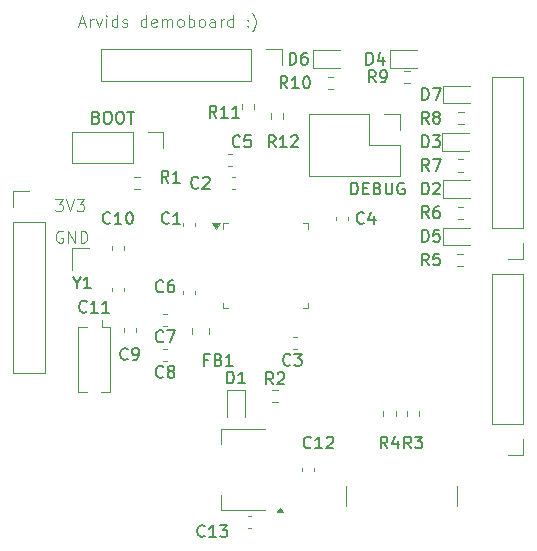
<source format=gbr>
%TF.GenerationSoftware,KiCad,Pcbnew,8.0.4*%
%TF.CreationDate,2024-11-07T17:56:33+01:00*%
%TF.ProjectId,stm32microcontroller,73746d33-326d-4696-9372-6f636f6e7472,rev?*%
%TF.SameCoordinates,Original*%
%TF.FileFunction,Legend,Top*%
%TF.FilePolarity,Positive*%
%FSLAX46Y46*%
G04 Gerber Fmt 4.6, Leading zero omitted, Abs format (unit mm)*
G04 Created by KiCad (PCBNEW 8.0.4) date 2024-11-07 17:56:33*
%MOMM*%
%LPD*%
G01*
G04 APERTURE LIST*
%ADD10C,0.100000*%
%ADD11C,0.150000*%
%ADD12C,0.120000*%
G04 APERTURE END LIST*
D10*
X54708646Y-70372419D02*
X55327693Y-70372419D01*
X55327693Y-70372419D02*
X54994360Y-70753371D01*
X54994360Y-70753371D02*
X55137217Y-70753371D01*
X55137217Y-70753371D02*
X55232455Y-70800990D01*
X55232455Y-70800990D02*
X55280074Y-70848609D01*
X55280074Y-70848609D02*
X55327693Y-70943847D01*
X55327693Y-70943847D02*
X55327693Y-71181942D01*
X55327693Y-71181942D02*
X55280074Y-71277180D01*
X55280074Y-71277180D02*
X55232455Y-71324800D01*
X55232455Y-71324800D02*
X55137217Y-71372419D01*
X55137217Y-71372419D02*
X54851503Y-71372419D01*
X54851503Y-71372419D02*
X54756265Y-71324800D01*
X54756265Y-71324800D02*
X54708646Y-71277180D01*
X55613408Y-70372419D02*
X55946741Y-71372419D01*
X55946741Y-71372419D02*
X56280074Y-70372419D01*
X56518170Y-70372419D02*
X57137217Y-70372419D01*
X57137217Y-70372419D02*
X56803884Y-70753371D01*
X56803884Y-70753371D02*
X56946741Y-70753371D01*
X56946741Y-70753371D02*
X57041979Y-70800990D01*
X57041979Y-70800990D02*
X57089598Y-70848609D01*
X57089598Y-70848609D02*
X57137217Y-70943847D01*
X57137217Y-70943847D02*
X57137217Y-71181942D01*
X57137217Y-71181942D02*
X57089598Y-71277180D01*
X57089598Y-71277180D02*
X57041979Y-71324800D01*
X57041979Y-71324800D02*
X56946741Y-71372419D01*
X56946741Y-71372419D02*
X56661027Y-71372419D01*
X56661027Y-71372419D02*
X56565789Y-71324800D01*
X56565789Y-71324800D02*
X56518170Y-71277180D01*
X55327693Y-73090038D02*
X55232455Y-73042419D01*
X55232455Y-73042419D02*
X55089598Y-73042419D01*
X55089598Y-73042419D02*
X54946741Y-73090038D01*
X54946741Y-73090038D02*
X54851503Y-73185276D01*
X54851503Y-73185276D02*
X54803884Y-73280514D01*
X54803884Y-73280514D02*
X54756265Y-73470990D01*
X54756265Y-73470990D02*
X54756265Y-73613847D01*
X54756265Y-73613847D02*
X54803884Y-73804323D01*
X54803884Y-73804323D02*
X54851503Y-73899561D01*
X54851503Y-73899561D02*
X54946741Y-73994800D01*
X54946741Y-73994800D02*
X55089598Y-74042419D01*
X55089598Y-74042419D02*
X55184836Y-74042419D01*
X55184836Y-74042419D02*
X55327693Y-73994800D01*
X55327693Y-73994800D02*
X55375312Y-73947180D01*
X55375312Y-73947180D02*
X55375312Y-73613847D01*
X55375312Y-73613847D02*
X55184836Y-73613847D01*
X55803884Y-74042419D02*
X55803884Y-73042419D01*
X55803884Y-73042419D02*
X56375312Y-74042419D01*
X56375312Y-74042419D02*
X56375312Y-73042419D01*
X56851503Y-74042419D02*
X56851503Y-73042419D01*
X56851503Y-73042419D02*
X57089598Y-73042419D01*
X57089598Y-73042419D02*
X57232455Y-73090038D01*
X57232455Y-73090038D02*
X57327693Y-73185276D01*
X57327693Y-73185276D02*
X57375312Y-73280514D01*
X57375312Y-73280514D02*
X57422931Y-73470990D01*
X57422931Y-73470990D02*
X57422931Y-73613847D01*
X57422931Y-73613847D02*
X57375312Y-73804323D01*
X57375312Y-73804323D02*
X57327693Y-73899561D01*
X57327693Y-73899561D02*
X57232455Y-73994800D01*
X57232455Y-73994800D02*
X57089598Y-74042419D01*
X57089598Y-74042419D02*
X56851503Y-74042419D01*
X56756265Y-55476760D02*
X57232455Y-55476760D01*
X56661027Y-55762475D02*
X56994360Y-54762475D01*
X56994360Y-54762475D02*
X57327693Y-55762475D01*
X57661027Y-55762475D02*
X57661027Y-55095808D01*
X57661027Y-55286284D02*
X57708646Y-55191046D01*
X57708646Y-55191046D02*
X57756265Y-55143427D01*
X57756265Y-55143427D02*
X57851503Y-55095808D01*
X57851503Y-55095808D02*
X57946741Y-55095808D01*
X58184837Y-55095808D02*
X58422932Y-55762475D01*
X58422932Y-55762475D02*
X58661027Y-55095808D01*
X59041980Y-55762475D02*
X59041980Y-55095808D01*
X59041980Y-54762475D02*
X58994361Y-54810094D01*
X58994361Y-54810094D02*
X59041980Y-54857713D01*
X59041980Y-54857713D02*
X59089599Y-54810094D01*
X59089599Y-54810094D02*
X59041980Y-54762475D01*
X59041980Y-54762475D02*
X59041980Y-54857713D01*
X59946741Y-55762475D02*
X59946741Y-54762475D01*
X59946741Y-55714856D02*
X59851503Y-55762475D01*
X59851503Y-55762475D02*
X59661027Y-55762475D01*
X59661027Y-55762475D02*
X59565789Y-55714856D01*
X59565789Y-55714856D02*
X59518170Y-55667236D01*
X59518170Y-55667236D02*
X59470551Y-55571998D01*
X59470551Y-55571998D02*
X59470551Y-55286284D01*
X59470551Y-55286284D02*
X59518170Y-55191046D01*
X59518170Y-55191046D02*
X59565789Y-55143427D01*
X59565789Y-55143427D02*
X59661027Y-55095808D01*
X59661027Y-55095808D02*
X59851503Y-55095808D01*
X59851503Y-55095808D02*
X59946741Y-55143427D01*
X60375313Y-55714856D02*
X60470551Y-55762475D01*
X60470551Y-55762475D02*
X60661027Y-55762475D01*
X60661027Y-55762475D02*
X60756265Y-55714856D01*
X60756265Y-55714856D02*
X60803884Y-55619617D01*
X60803884Y-55619617D02*
X60803884Y-55571998D01*
X60803884Y-55571998D02*
X60756265Y-55476760D01*
X60756265Y-55476760D02*
X60661027Y-55429141D01*
X60661027Y-55429141D02*
X60518170Y-55429141D01*
X60518170Y-55429141D02*
X60422932Y-55381522D01*
X60422932Y-55381522D02*
X60375313Y-55286284D01*
X60375313Y-55286284D02*
X60375313Y-55238665D01*
X60375313Y-55238665D02*
X60422932Y-55143427D01*
X60422932Y-55143427D02*
X60518170Y-55095808D01*
X60518170Y-55095808D02*
X60661027Y-55095808D01*
X60661027Y-55095808D02*
X60756265Y-55143427D01*
X62422932Y-55762475D02*
X62422932Y-54762475D01*
X62422932Y-55714856D02*
X62327694Y-55762475D01*
X62327694Y-55762475D02*
X62137218Y-55762475D01*
X62137218Y-55762475D02*
X62041980Y-55714856D01*
X62041980Y-55714856D02*
X61994361Y-55667236D01*
X61994361Y-55667236D02*
X61946742Y-55571998D01*
X61946742Y-55571998D02*
X61946742Y-55286284D01*
X61946742Y-55286284D02*
X61994361Y-55191046D01*
X61994361Y-55191046D02*
X62041980Y-55143427D01*
X62041980Y-55143427D02*
X62137218Y-55095808D01*
X62137218Y-55095808D02*
X62327694Y-55095808D01*
X62327694Y-55095808D02*
X62422932Y-55143427D01*
X63280075Y-55714856D02*
X63184837Y-55762475D01*
X63184837Y-55762475D02*
X62994361Y-55762475D01*
X62994361Y-55762475D02*
X62899123Y-55714856D01*
X62899123Y-55714856D02*
X62851504Y-55619617D01*
X62851504Y-55619617D02*
X62851504Y-55238665D01*
X62851504Y-55238665D02*
X62899123Y-55143427D01*
X62899123Y-55143427D02*
X62994361Y-55095808D01*
X62994361Y-55095808D02*
X63184837Y-55095808D01*
X63184837Y-55095808D02*
X63280075Y-55143427D01*
X63280075Y-55143427D02*
X63327694Y-55238665D01*
X63327694Y-55238665D02*
X63327694Y-55333903D01*
X63327694Y-55333903D02*
X62851504Y-55429141D01*
X63756266Y-55762475D02*
X63756266Y-55095808D01*
X63756266Y-55191046D02*
X63803885Y-55143427D01*
X63803885Y-55143427D02*
X63899123Y-55095808D01*
X63899123Y-55095808D02*
X64041980Y-55095808D01*
X64041980Y-55095808D02*
X64137218Y-55143427D01*
X64137218Y-55143427D02*
X64184837Y-55238665D01*
X64184837Y-55238665D02*
X64184837Y-55762475D01*
X64184837Y-55238665D02*
X64232456Y-55143427D01*
X64232456Y-55143427D02*
X64327694Y-55095808D01*
X64327694Y-55095808D02*
X64470551Y-55095808D01*
X64470551Y-55095808D02*
X64565790Y-55143427D01*
X64565790Y-55143427D02*
X64613409Y-55238665D01*
X64613409Y-55238665D02*
X64613409Y-55762475D01*
X65232456Y-55762475D02*
X65137218Y-55714856D01*
X65137218Y-55714856D02*
X65089599Y-55667236D01*
X65089599Y-55667236D02*
X65041980Y-55571998D01*
X65041980Y-55571998D02*
X65041980Y-55286284D01*
X65041980Y-55286284D02*
X65089599Y-55191046D01*
X65089599Y-55191046D02*
X65137218Y-55143427D01*
X65137218Y-55143427D02*
X65232456Y-55095808D01*
X65232456Y-55095808D02*
X65375313Y-55095808D01*
X65375313Y-55095808D02*
X65470551Y-55143427D01*
X65470551Y-55143427D02*
X65518170Y-55191046D01*
X65518170Y-55191046D02*
X65565789Y-55286284D01*
X65565789Y-55286284D02*
X65565789Y-55571998D01*
X65565789Y-55571998D02*
X65518170Y-55667236D01*
X65518170Y-55667236D02*
X65470551Y-55714856D01*
X65470551Y-55714856D02*
X65375313Y-55762475D01*
X65375313Y-55762475D02*
X65232456Y-55762475D01*
X65994361Y-55762475D02*
X65994361Y-54762475D01*
X65994361Y-55143427D02*
X66089599Y-55095808D01*
X66089599Y-55095808D02*
X66280075Y-55095808D01*
X66280075Y-55095808D02*
X66375313Y-55143427D01*
X66375313Y-55143427D02*
X66422932Y-55191046D01*
X66422932Y-55191046D02*
X66470551Y-55286284D01*
X66470551Y-55286284D02*
X66470551Y-55571998D01*
X66470551Y-55571998D02*
X66422932Y-55667236D01*
X66422932Y-55667236D02*
X66375313Y-55714856D01*
X66375313Y-55714856D02*
X66280075Y-55762475D01*
X66280075Y-55762475D02*
X66089599Y-55762475D01*
X66089599Y-55762475D02*
X65994361Y-55714856D01*
X67041980Y-55762475D02*
X66946742Y-55714856D01*
X66946742Y-55714856D02*
X66899123Y-55667236D01*
X66899123Y-55667236D02*
X66851504Y-55571998D01*
X66851504Y-55571998D02*
X66851504Y-55286284D01*
X66851504Y-55286284D02*
X66899123Y-55191046D01*
X66899123Y-55191046D02*
X66946742Y-55143427D01*
X66946742Y-55143427D02*
X67041980Y-55095808D01*
X67041980Y-55095808D02*
X67184837Y-55095808D01*
X67184837Y-55095808D02*
X67280075Y-55143427D01*
X67280075Y-55143427D02*
X67327694Y-55191046D01*
X67327694Y-55191046D02*
X67375313Y-55286284D01*
X67375313Y-55286284D02*
X67375313Y-55571998D01*
X67375313Y-55571998D02*
X67327694Y-55667236D01*
X67327694Y-55667236D02*
X67280075Y-55714856D01*
X67280075Y-55714856D02*
X67184837Y-55762475D01*
X67184837Y-55762475D02*
X67041980Y-55762475D01*
X68232456Y-55762475D02*
X68232456Y-55238665D01*
X68232456Y-55238665D02*
X68184837Y-55143427D01*
X68184837Y-55143427D02*
X68089599Y-55095808D01*
X68089599Y-55095808D02*
X67899123Y-55095808D01*
X67899123Y-55095808D02*
X67803885Y-55143427D01*
X68232456Y-55714856D02*
X68137218Y-55762475D01*
X68137218Y-55762475D02*
X67899123Y-55762475D01*
X67899123Y-55762475D02*
X67803885Y-55714856D01*
X67803885Y-55714856D02*
X67756266Y-55619617D01*
X67756266Y-55619617D02*
X67756266Y-55524379D01*
X67756266Y-55524379D02*
X67803885Y-55429141D01*
X67803885Y-55429141D02*
X67899123Y-55381522D01*
X67899123Y-55381522D02*
X68137218Y-55381522D01*
X68137218Y-55381522D02*
X68232456Y-55333903D01*
X68708647Y-55762475D02*
X68708647Y-55095808D01*
X68708647Y-55286284D02*
X68756266Y-55191046D01*
X68756266Y-55191046D02*
X68803885Y-55143427D01*
X68803885Y-55143427D02*
X68899123Y-55095808D01*
X68899123Y-55095808D02*
X68994361Y-55095808D01*
X69756266Y-55762475D02*
X69756266Y-54762475D01*
X69756266Y-55714856D02*
X69661028Y-55762475D01*
X69661028Y-55762475D02*
X69470552Y-55762475D01*
X69470552Y-55762475D02*
X69375314Y-55714856D01*
X69375314Y-55714856D02*
X69327695Y-55667236D01*
X69327695Y-55667236D02*
X69280076Y-55571998D01*
X69280076Y-55571998D02*
X69280076Y-55286284D01*
X69280076Y-55286284D02*
X69327695Y-55191046D01*
X69327695Y-55191046D02*
X69375314Y-55143427D01*
X69375314Y-55143427D02*
X69470552Y-55095808D01*
X69470552Y-55095808D02*
X69661028Y-55095808D01*
X69661028Y-55095808D02*
X69756266Y-55143427D01*
X70994362Y-55667236D02*
X71041981Y-55714856D01*
X71041981Y-55714856D02*
X70994362Y-55762475D01*
X70994362Y-55762475D02*
X70946743Y-55714856D01*
X70946743Y-55714856D02*
X70994362Y-55667236D01*
X70994362Y-55667236D02*
X70994362Y-55762475D01*
X70994362Y-55143427D02*
X71041981Y-55191046D01*
X71041981Y-55191046D02*
X70994362Y-55238665D01*
X70994362Y-55238665D02*
X70946743Y-55191046D01*
X70946743Y-55191046D02*
X70994362Y-55143427D01*
X70994362Y-55143427D02*
X70994362Y-55238665D01*
X71375314Y-56143427D02*
X71422933Y-56095808D01*
X71422933Y-56095808D02*
X71518171Y-55952951D01*
X71518171Y-55952951D02*
X71565790Y-55857713D01*
X71565790Y-55857713D02*
X71613409Y-55714856D01*
X71613409Y-55714856D02*
X71661028Y-55476760D01*
X71661028Y-55476760D02*
X71661028Y-55286284D01*
X71661028Y-55286284D02*
X71613409Y-55048189D01*
X71613409Y-55048189D02*
X71565790Y-54905332D01*
X71565790Y-54905332D02*
X71518171Y-54810094D01*
X71518171Y-54810094D02*
X71422933Y-54667236D01*
X71422933Y-54667236D02*
X71375314Y-54619617D01*
D11*
X79761905Y-69954819D02*
X79761905Y-68954819D01*
X79761905Y-68954819D02*
X80000000Y-68954819D01*
X80000000Y-68954819D02*
X80142857Y-69002438D01*
X80142857Y-69002438D02*
X80238095Y-69097676D01*
X80238095Y-69097676D02*
X80285714Y-69192914D01*
X80285714Y-69192914D02*
X80333333Y-69383390D01*
X80333333Y-69383390D02*
X80333333Y-69526247D01*
X80333333Y-69526247D02*
X80285714Y-69716723D01*
X80285714Y-69716723D02*
X80238095Y-69811961D01*
X80238095Y-69811961D02*
X80142857Y-69907200D01*
X80142857Y-69907200D02*
X80000000Y-69954819D01*
X80000000Y-69954819D02*
X79761905Y-69954819D01*
X80761905Y-69431009D02*
X81095238Y-69431009D01*
X81238095Y-69954819D02*
X80761905Y-69954819D01*
X80761905Y-69954819D02*
X80761905Y-68954819D01*
X80761905Y-68954819D02*
X81238095Y-68954819D01*
X82000000Y-69431009D02*
X82142857Y-69478628D01*
X82142857Y-69478628D02*
X82190476Y-69526247D01*
X82190476Y-69526247D02*
X82238095Y-69621485D01*
X82238095Y-69621485D02*
X82238095Y-69764342D01*
X82238095Y-69764342D02*
X82190476Y-69859580D01*
X82190476Y-69859580D02*
X82142857Y-69907200D01*
X82142857Y-69907200D02*
X82047619Y-69954819D01*
X82047619Y-69954819D02*
X81666667Y-69954819D01*
X81666667Y-69954819D02*
X81666667Y-68954819D01*
X81666667Y-68954819D02*
X82000000Y-68954819D01*
X82000000Y-68954819D02*
X82095238Y-69002438D01*
X82095238Y-69002438D02*
X82142857Y-69050057D01*
X82142857Y-69050057D02*
X82190476Y-69145295D01*
X82190476Y-69145295D02*
X82190476Y-69240533D01*
X82190476Y-69240533D02*
X82142857Y-69335771D01*
X82142857Y-69335771D02*
X82095238Y-69383390D01*
X82095238Y-69383390D02*
X82000000Y-69431009D01*
X82000000Y-69431009D02*
X81666667Y-69431009D01*
X82666667Y-68954819D02*
X82666667Y-69764342D01*
X82666667Y-69764342D02*
X82714286Y-69859580D01*
X82714286Y-69859580D02*
X82761905Y-69907200D01*
X82761905Y-69907200D02*
X82857143Y-69954819D01*
X82857143Y-69954819D02*
X83047619Y-69954819D01*
X83047619Y-69954819D02*
X83142857Y-69907200D01*
X83142857Y-69907200D02*
X83190476Y-69859580D01*
X83190476Y-69859580D02*
X83238095Y-69764342D01*
X83238095Y-69764342D02*
X83238095Y-68954819D01*
X84238095Y-69002438D02*
X84142857Y-68954819D01*
X84142857Y-68954819D02*
X84000000Y-68954819D01*
X84000000Y-68954819D02*
X83857143Y-69002438D01*
X83857143Y-69002438D02*
X83761905Y-69097676D01*
X83761905Y-69097676D02*
X83714286Y-69192914D01*
X83714286Y-69192914D02*
X83666667Y-69383390D01*
X83666667Y-69383390D02*
X83666667Y-69526247D01*
X83666667Y-69526247D02*
X83714286Y-69716723D01*
X83714286Y-69716723D02*
X83761905Y-69811961D01*
X83761905Y-69811961D02*
X83857143Y-69907200D01*
X83857143Y-69907200D02*
X84000000Y-69954819D01*
X84000000Y-69954819D02*
X84095238Y-69954819D01*
X84095238Y-69954819D02*
X84238095Y-69907200D01*
X84238095Y-69907200D02*
X84285714Y-69859580D01*
X84285714Y-69859580D02*
X84285714Y-69526247D01*
X84285714Y-69526247D02*
X84095238Y-69526247D01*
X86333333Y-75954819D02*
X86000000Y-75478628D01*
X85761905Y-75954819D02*
X85761905Y-74954819D01*
X85761905Y-74954819D02*
X86142857Y-74954819D01*
X86142857Y-74954819D02*
X86238095Y-75002438D01*
X86238095Y-75002438D02*
X86285714Y-75050057D01*
X86285714Y-75050057D02*
X86333333Y-75145295D01*
X86333333Y-75145295D02*
X86333333Y-75288152D01*
X86333333Y-75288152D02*
X86285714Y-75383390D01*
X86285714Y-75383390D02*
X86238095Y-75431009D01*
X86238095Y-75431009D02*
X86142857Y-75478628D01*
X86142857Y-75478628D02*
X85761905Y-75478628D01*
X87238095Y-74954819D02*
X86761905Y-74954819D01*
X86761905Y-74954819D02*
X86714286Y-75431009D01*
X86714286Y-75431009D02*
X86761905Y-75383390D01*
X86761905Y-75383390D02*
X86857143Y-75335771D01*
X86857143Y-75335771D02*
X87095238Y-75335771D01*
X87095238Y-75335771D02*
X87190476Y-75383390D01*
X87190476Y-75383390D02*
X87238095Y-75431009D01*
X87238095Y-75431009D02*
X87285714Y-75526247D01*
X87285714Y-75526247D02*
X87285714Y-75764342D01*
X87285714Y-75764342D02*
X87238095Y-75859580D01*
X87238095Y-75859580D02*
X87190476Y-75907200D01*
X87190476Y-75907200D02*
X87095238Y-75954819D01*
X87095238Y-75954819D02*
X86857143Y-75954819D01*
X86857143Y-75954819D02*
X86761905Y-75907200D01*
X86761905Y-75907200D02*
X86714286Y-75859580D01*
X86333333Y-71954819D02*
X86000000Y-71478628D01*
X85761905Y-71954819D02*
X85761905Y-70954819D01*
X85761905Y-70954819D02*
X86142857Y-70954819D01*
X86142857Y-70954819D02*
X86238095Y-71002438D01*
X86238095Y-71002438D02*
X86285714Y-71050057D01*
X86285714Y-71050057D02*
X86333333Y-71145295D01*
X86333333Y-71145295D02*
X86333333Y-71288152D01*
X86333333Y-71288152D02*
X86285714Y-71383390D01*
X86285714Y-71383390D02*
X86238095Y-71431009D01*
X86238095Y-71431009D02*
X86142857Y-71478628D01*
X86142857Y-71478628D02*
X85761905Y-71478628D01*
X87190476Y-70954819D02*
X87000000Y-70954819D01*
X87000000Y-70954819D02*
X86904762Y-71002438D01*
X86904762Y-71002438D02*
X86857143Y-71050057D01*
X86857143Y-71050057D02*
X86761905Y-71192914D01*
X86761905Y-71192914D02*
X86714286Y-71383390D01*
X86714286Y-71383390D02*
X86714286Y-71764342D01*
X86714286Y-71764342D02*
X86761905Y-71859580D01*
X86761905Y-71859580D02*
X86809524Y-71907200D01*
X86809524Y-71907200D02*
X86904762Y-71954819D01*
X86904762Y-71954819D02*
X87095238Y-71954819D01*
X87095238Y-71954819D02*
X87190476Y-71907200D01*
X87190476Y-71907200D02*
X87238095Y-71859580D01*
X87238095Y-71859580D02*
X87285714Y-71764342D01*
X87285714Y-71764342D02*
X87285714Y-71526247D01*
X87285714Y-71526247D02*
X87238095Y-71431009D01*
X87238095Y-71431009D02*
X87190476Y-71383390D01*
X87190476Y-71383390D02*
X87095238Y-71335771D01*
X87095238Y-71335771D02*
X86904762Y-71335771D01*
X86904762Y-71335771D02*
X86809524Y-71383390D01*
X86809524Y-71383390D02*
X86761905Y-71431009D01*
X86761905Y-71431009D02*
X86714286Y-71526247D01*
X85761905Y-61954819D02*
X85761905Y-60954819D01*
X85761905Y-60954819D02*
X86000000Y-60954819D01*
X86000000Y-60954819D02*
X86142857Y-61002438D01*
X86142857Y-61002438D02*
X86238095Y-61097676D01*
X86238095Y-61097676D02*
X86285714Y-61192914D01*
X86285714Y-61192914D02*
X86333333Y-61383390D01*
X86333333Y-61383390D02*
X86333333Y-61526247D01*
X86333333Y-61526247D02*
X86285714Y-61716723D01*
X86285714Y-61716723D02*
X86238095Y-61811961D01*
X86238095Y-61811961D02*
X86142857Y-61907200D01*
X86142857Y-61907200D02*
X86000000Y-61954819D01*
X86000000Y-61954819D02*
X85761905Y-61954819D01*
X86666667Y-60954819D02*
X87333333Y-60954819D01*
X87333333Y-60954819D02*
X86904762Y-61954819D01*
X67666666Y-83931009D02*
X67333333Y-83931009D01*
X67333333Y-84454819D02*
X67333333Y-83454819D01*
X67333333Y-83454819D02*
X67809523Y-83454819D01*
X68523809Y-83931009D02*
X68666666Y-83978628D01*
X68666666Y-83978628D02*
X68714285Y-84026247D01*
X68714285Y-84026247D02*
X68761904Y-84121485D01*
X68761904Y-84121485D02*
X68761904Y-84264342D01*
X68761904Y-84264342D02*
X68714285Y-84359580D01*
X68714285Y-84359580D02*
X68666666Y-84407200D01*
X68666666Y-84407200D02*
X68571428Y-84454819D01*
X68571428Y-84454819D02*
X68190476Y-84454819D01*
X68190476Y-84454819D02*
X68190476Y-83454819D01*
X68190476Y-83454819D02*
X68523809Y-83454819D01*
X68523809Y-83454819D02*
X68619047Y-83502438D01*
X68619047Y-83502438D02*
X68666666Y-83550057D01*
X68666666Y-83550057D02*
X68714285Y-83645295D01*
X68714285Y-83645295D02*
X68714285Y-83740533D01*
X68714285Y-83740533D02*
X68666666Y-83835771D01*
X68666666Y-83835771D02*
X68619047Y-83883390D01*
X68619047Y-83883390D02*
X68523809Y-83931009D01*
X68523809Y-83931009D02*
X68190476Y-83931009D01*
X69714285Y-84454819D02*
X69142857Y-84454819D01*
X69428571Y-84454819D02*
X69428571Y-83454819D01*
X69428571Y-83454819D02*
X69333333Y-83597676D01*
X69333333Y-83597676D02*
X69238095Y-83692914D01*
X69238095Y-83692914D02*
X69142857Y-83740533D01*
X63833333Y-82377080D02*
X63785714Y-82424700D01*
X63785714Y-82424700D02*
X63642857Y-82472319D01*
X63642857Y-82472319D02*
X63547619Y-82472319D01*
X63547619Y-82472319D02*
X63404762Y-82424700D01*
X63404762Y-82424700D02*
X63309524Y-82329461D01*
X63309524Y-82329461D02*
X63261905Y-82234223D01*
X63261905Y-82234223D02*
X63214286Y-82043747D01*
X63214286Y-82043747D02*
X63214286Y-81900890D01*
X63214286Y-81900890D02*
X63261905Y-81710414D01*
X63261905Y-81710414D02*
X63309524Y-81615176D01*
X63309524Y-81615176D02*
X63404762Y-81519938D01*
X63404762Y-81519938D02*
X63547619Y-81472319D01*
X63547619Y-81472319D02*
X63642857Y-81472319D01*
X63642857Y-81472319D02*
X63785714Y-81519938D01*
X63785714Y-81519938D02*
X63833333Y-81567557D01*
X64166667Y-81472319D02*
X64833333Y-81472319D01*
X64833333Y-81472319D02*
X64404762Y-82472319D01*
X70333333Y-65859580D02*
X70285714Y-65907200D01*
X70285714Y-65907200D02*
X70142857Y-65954819D01*
X70142857Y-65954819D02*
X70047619Y-65954819D01*
X70047619Y-65954819D02*
X69904762Y-65907200D01*
X69904762Y-65907200D02*
X69809524Y-65811961D01*
X69809524Y-65811961D02*
X69761905Y-65716723D01*
X69761905Y-65716723D02*
X69714286Y-65526247D01*
X69714286Y-65526247D02*
X69714286Y-65383390D01*
X69714286Y-65383390D02*
X69761905Y-65192914D01*
X69761905Y-65192914D02*
X69809524Y-65097676D01*
X69809524Y-65097676D02*
X69904762Y-65002438D01*
X69904762Y-65002438D02*
X70047619Y-64954819D01*
X70047619Y-64954819D02*
X70142857Y-64954819D01*
X70142857Y-64954819D02*
X70285714Y-65002438D01*
X70285714Y-65002438D02*
X70333333Y-65050057D01*
X71238095Y-64954819D02*
X70761905Y-64954819D01*
X70761905Y-64954819D02*
X70714286Y-65431009D01*
X70714286Y-65431009D02*
X70761905Y-65383390D01*
X70761905Y-65383390D02*
X70857143Y-65335771D01*
X70857143Y-65335771D02*
X71095238Y-65335771D01*
X71095238Y-65335771D02*
X71190476Y-65383390D01*
X71190476Y-65383390D02*
X71238095Y-65431009D01*
X71238095Y-65431009D02*
X71285714Y-65526247D01*
X71285714Y-65526247D02*
X71285714Y-65764342D01*
X71285714Y-65764342D02*
X71238095Y-65859580D01*
X71238095Y-65859580D02*
X71190476Y-65907200D01*
X71190476Y-65907200D02*
X71095238Y-65954819D01*
X71095238Y-65954819D02*
X70857143Y-65954819D01*
X70857143Y-65954819D02*
X70761905Y-65907200D01*
X70761905Y-65907200D02*
X70714286Y-65859580D01*
X81049405Y-58954819D02*
X81049405Y-57954819D01*
X81049405Y-57954819D02*
X81287500Y-57954819D01*
X81287500Y-57954819D02*
X81430357Y-58002438D01*
X81430357Y-58002438D02*
X81525595Y-58097676D01*
X81525595Y-58097676D02*
X81573214Y-58192914D01*
X81573214Y-58192914D02*
X81620833Y-58383390D01*
X81620833Y-58383390D02*
X81620833Y-58526247D01*
X81620833Y-58526247D02*
X81573214Y-58716723D01*
X81573214Y-58716723D02*
X81525595Y-58811961D01*
X81525595Y-58811961D02*
X81430357Y-58907200D01*
X81430357Y-58907200D02*
X81287500Y-58954819D01*
X81287500Y-58954819D02*
X81049405Y-58954819D01*
X82477976Y-58288152D02*
X82477976Y-58954819D01*
X82239881Y-57907200D02*
X82001786Y-58621485D01*
X82001786Y-58621485D02*
X82620833Y-58621485D01*
X74608333Y-84359580D02*
X74560714Y-84407200D01*
X74560714Y-84407200D02*
X74417857Y-84454819D01*
X74417857Y-84454819D02*
X74322619Y-84454819D01*
X74322619Y-84454819D02*
X74179762Y-84407200D01*
X74179762Y-84407200D02*
X74084524Y-84311961D01*
X74084524Y-84311961D02*
X74036905Y-84216723D01*
X74036905Y-84216723D02*
X73989286Y-84026247D01*
X73989286Y-84026247D02*
X73989286Y-83883390D01*
X73989286Y-83883390D02*
X74036905Y-83692914D01*
X74036905Y-83692914D02*
X74084524Y-83597676D01*
X74084524Y-83597676D02*
X74179762Y-83502438D01*
X74179762Y-83502438D02*
X74322619Y-83454819D01*
X74322619Y-83454819D02*
X74417857Y-83454819D01*
X74417857Y-83454819D02*
X74560714Y-83502438D01*
X74560714Y-83502438D02*
X74608333Y-83550057D01*
X74941667Y-83454819D02*
X75560714Y-83454819D01*
X75560714Y-83454819D02*
X75227381Y-83835771D01*
X75227381Y-83835771D02*
X75370238Y-83835771D01*
X75370238Y-83835771D02*
X75465476Y-83883390D01*
X75465476Y-83883390D02*
X75513095Y-83931009D01*
X75513095Y-83931009D02*
X75560714Y-84026247D01*
X75560714Y-84026247D02*
X75560714Y-84264342D01*
X75560714Y-84264342D02*
X75513095Y-84359580D01*
X75513095Y-84359580D02*
X75465476Y-84407200D01*
X75465476Y-84407200D02*
X75370238Y-84454819D01*
X75370238Y-84454819D02*
X75084524Y-84454819D01*
X75084524Y-84454819D02*
X74989286Y-84407200D01*
X74989286Y-84407200D02*
X74941667Y-84359580D01*
X85761905Y-65954819D02*
X85761905Y-64954819D01*
X85761905Y-64954819D02*
X86000000Y-64954819D01*
X86000000Y-64954819D02*
X86142857Y-65002438D01*
X86142857Y-65002438D02*
X86238095Y-65097676D01*
X86238095Y-65097676D02*
X86285714Y-65192914D01*
X86285714Y-65192914D02*
X86333333Y-65383390D01*
X86333333Y-65383390D02*
X86333333Y-65526247D01*
X86333333Y-65526247D02*
X86285714Y-65716723D01*
X86285714Y-65716723D02*
X86238095Y-65811961D01*
X86238095Y-65811961D02*
X86142857Y-65907200D01*
X86142857Y-65907200D02*
X86000000Y-65954819D01*
X86000000Y-65954819D02*
X85761905Y-65954819D01*
X86666667Y-64954819D02*
X87285714Y-64954819D01*
X87285714Y-64954819D02*
X86952381Y-65335771D01*
X86952381Y-65335771D02*
X87095238Y-65335771D01*
X87095238Y-65335771D02*
X87190476Y-65383390D01*
X87190476Y-65383390D02*
X87238095Y-65431009D01*
X87238095Y-65431009D02*
X87285714Y-65526247D01*
X87285714Y-65526247D02*
X87285714Y-65764342D01*
X87285714Y-65764342D02*
X87238095Y-65859580D01*
X87238095Y-65859580D02*
X87190476Y-65907200D01*
X87190476Y-65907200D02*
X87095238Y-65954819D01*
X87095238Y-65954819D02*
X86809524Y-65954819D01*
X86809524Y-65954819D02*
X86714286Y-65907200D01*
X86714286Y-65907200D02*
X86666667Y-65859580D01*
X86333333Y-63954819D02*
X86000000Y-63478628D01*
X85761905Y-63954819D02*
X85761905Y-62954819D01*
X85761905Y-62954819D02*
X86142857Y-62954819D01*
X86142857Y-62954819D02*
X86238095Y-63002438D01*
X86238095Y-63002438D02*
X86285714Y-63050057D01*
X86285714Y-63050057D02*
X86333333Y-63145295D01*
X86333333Y-63145295D02*
X86333333Y-63288152D01*
X86333333Y-63288152D02*
X86285714Y-63383390D01*
X86285714Y-63383390D02*
X86238095Y-63431009D01*
X86238095Y-63431009D02*
X86142857Y-63478628D01*
X86142857Y-63478628D02*
X85761905Y-63478628D01*
X86904762Y-63383390D02*
X86809524Y-63335771D01*
X86809524Y-63335771D02*
X86761905Y-63288152D01*
X86761905Y-63288152D02*
X86714286Y-63192914D01*
X86714286Y-63192914D02*
X86714286Y-63145295D01*
X86714286Y-63145295D02*
X86761905Y-63050057D01*
X86761905Y-63050057D02*
X86809524Y-63002438D01*
X86809524Y-63002438D02*
X86904762Y-62954819D01*
X86904762Y-62954819D02*
X87095238Y-62954819D01*
X87095238Y-62954819D02*
X87190476Y-63002438D01*
X87190476Y-63002438D02*
X87238095Y-63050057D01*
X87238095Y-63050057D02*
X87285714Y-63145295D01*
X87285714Y-63145295D02*
X87285714Y-63192914D01*
X87285714Y-63192914D02*
X87238095Y-63288152D01*
X87238095Y-63288152D02*
X87190476Y-63335771D01*
X87190476Y-63335771D02*
X87095238Y-63383390D01*
X87095238Y-63383390D02*
X86904762Y-63383390D01*
X86904762Y-63383390D02*
X86809524Y-63431009D01*
X86809524Y-63431009D02*
X86761905Y-63478628D01*
X86761905Y-63478628D02*
X86714286Y-63573866D01*
X86714286Y-63573866D02*
X86714286Y-63764342D01*
X86714286Y-63764342D02*
X86761905Y-63859580D01*
X86761905Y-63859580D02*
X86809524Y-63907200D01*
X86809524Y-63907200D02*
X86904762Y-63954819D01*
X86904762Y-63954819D02*
X87095238Y-63954819D01*
X87095238Y-63954819D02*
X87190476Y-63907200D01*
X87190476Y-63907200D02*
X87238095Y-63859580D01*
X87238095Y-63859580D02*
X87285714Y-63764342D01*
X87285714Y-63764342D02*
X87285714Y-63573866D01*
X87285714Y-63573866D02*
X87238095Y-63478628D01*
X87238095Y-63478628D02*
X87190476Y-63431009D01*
X87190476Y-63431009D02*
X87095238Y-63383390D01*
X80833333Y-72359580D02*
X80785714Y-72407200D01*
X80785714Y-72407200D02*
X80642857Y-72454819D01*
X80642857Y-72454819D02*
X80547619Y-72454819D01*
X80547619Y-72454819D02*
X80404762Y-72407200D01*
X80404762Y-72407200D02*
X80309524Y-72311961D01*
X80309524Y-72311961D02*
X80261905Y-72216723D01*
X80261905Y-72216723D02*
X80214286Y-72026247D01*
X80214286Y-72026247D02*
X80214286Y-71883390D01*
X80214286Y-71883390D02*
X80261905Y-71692914D01*
X80261905Y-71692914D02*
X80309524Y-71597676D01*
X80309524Y-71597676D02*
X80404762Y-71502438D01*
X80404762Y-71502438D02*
X80547619Y-71454819D01*
X80547619Y-71454819D02*
X80642857Y-71454819D01*
X80642857Y-71454819D02*
X80785714Y-71502438D01*
X80785714Y-71502438D02*
X80833333Y-71550057D01*
X81690476Y-71788152D02*
X81690476Y-72454819D01*
X81452381Y-71407200D02*
X81214286Y-72121485D01*
X81214286Y-72121485D02*
X81833333Y-72121485D01*
X68357142Y-63454819D02*
X68023809Y-62978628D01*
X67785714Y-63454819D02*
X67785714Y-62454819D01*
X67785714Y-62454819D02*
X68166666Y-62454819D01*
X68166666Y-62454819D02*
X68261904Y-62502438D01*
X68261904Y-62502438D02*
X68309523Y-62550057D01*
X68309523Y-62550057D02*
X68357142Y-62645295D01*
X68357142Y-62645295D02*
X68357142Y-62788152D01*
X68357142Y-62788152D02*
X68309523Y-62883390D01*
X68309523Y-62883390D02*
X68261904Y-62931009D01*
X68261904Y-62931009D02*
X68166666Y-62978628D01*
X68166666Y-62978628D02*
X67785714Y-62978628D01*
X69309523Y-63454819D02*
X68738095Y-63454819D01*
X69023809Y-63454819D02*
X69023809Y-62454819D01*
X69023809Y-62454819D02*
X68928571Y-62597676D01*
X68928571Y-62597676D02*
X68833333Y-62692914D01*
X68833333Y-62692914D02*
X68738095Y-62740533D01*
X70261904Y-63454819D02*
X69690476Y-63454819D01*
X69976190Y-63454819D02*
X69976190Y-62454819D01*
X69976190Y-62454819D02*
X69880952Y-62597676D01*
X69880952Y-62597676D02*
X69785714Y-62692914D01*
X69785714Y-62692914D02*
X69690476Y-62740533D01*
X86333333Y-67954819D02*
X86000000Y-67478628D01*
X85761905Y-67954819D02*
X85761905Y-66954819D01*
X85761905Y-66954819D02*
X86142857Y-66954819D01*
X86142857Y-66954819D02*
X86238095Y-67002438D01*
X86238095Y-67002438D02*
X86285714Y-67050057D01*
X86285714Y-67050057D02*
X86333333Y-67145295D01*
X86333333Y-67145295D02*
X86333333Y-67288152D01*
X86333333Y-67288152D02*
X86285714Y-67383390D01*
X86285714Y-67383390D02*
X86238095Y-67431009D01*
X86238095Y-67431009D02*
X86142857Y-67478628D01*
X86142857Y-67478628D02*
X85761905Y-67478628D01*
X86666667Y-66954819D02*
X87333333Y-66954819D01*
X87333333Y-66954819D02*
X86904762Y-67954819D01*
X63833333Y-78134580D02*
X63785714Y-78182200D01*
X63785714Y-78182200D02*
X63642857Y-78229819D01*
X63642857Y-78229819D02*
X63547619Y-78229819D01*
X63547619Y-78229819D02*
X63404762Y-78182200D01*
X63404762Y-78182200D02*
X63309524Y-78086961D01*
X63309524Y-78086961D02*
X63261905Y-77991723D01*
X63261905Y-77991723D02*
X63214286Y-77801247D01*
X63214286Y-77801247D02*
X63214286Y-77658390D01*
X63214286Y-77658390D02*
X63261905Y-77467914D01*
X63261905Y-77467914D02*
X63309524Y-77372676D01*
X63309524Y-77372676D02*
X63404762Y-77277438D01*
X63404762Y-77277438D02*
X63547619Y-77229819D01*
X63547619Y-77229819D02*
X63642857Y-77229819D01*
X63642857Y-77229819D02*
X63785714Y-77277438D01*
X63785714Y-77277438D02*
X63833333Y-77325057D01*
X64690476Y-77229819D02*
X64500000Y-77229819D01*
X64500000Y-77229819D02*
X64404762Y-77277438D01*
X64404762Y-77277438D02*
X64357143Y-77325057D01*
X64357143Y-77325057D02*
X64261905Y-77467914D01*
X64261905Y-77467914D02*
X64214286Y-77658390D01*
X64214286Y-77658390D02*
X64214286Y-78039342D01*
X64214286Y-78039342D02*
X64261905Y-78134580D01*
X64261905Y-78134580D02*
X64309524Y-78182200D01*
X64309524Y-78182200D02*
X64404762Y-78229819D01*
X64404762Y-78229819D02*
X64595238Y-78229819D01*
X64595238Y-78229819D02*
X64690476Y-78182200D01*
X64690476Y-78182200D02*
X64738095Y-78134580D01*
X64738095Y-78134580D02*
X64785714Y-78039342D01*
X64785714Y-78039342D02*
X64785714Y-77801247D01*
X64785714Y-77801247D02*
X64738095Y-77706009D01*
X64738095Y-77706009D02*
X64690476Y-77658390D01*
X64690476Y-77658390D02*
X64595238Y-77610771D01*
X64595238Y-77610771D02*
X64404762Y-77610771D01*
X64404762Y-77610771D02*
X64309524Y-77658390D01*
X64309524Y-77658390D02*
X64261905Y-77706009D01*
X64261905Y-77706009D02*
X64214286Y-77801247D01*
X74357142Y-60954819D02*
X74023809Y-60478628D01*
X73785714Y-60954819D02*
X73785714Y-59954819D01*
X73785714Y-59954819D02*
X74166666Y-59954819D01*
X74166666Y-59954819D02*
X74261904Y-60002438D01*
X74261904Y-60002438D02*
X74309523Y-60050057D01*
X74309523Y-60050057D02*
X74357142Y-60145295D01*
X74357142Y-60145295D02*
X74357142Y-60288152D01*
X74357142Y-60288152D02*
X74309523Y-60383390D01*
X74309523Y-60383390D02*
X74261904Y-60431009D01*
X74261904Y-60431009D02*
X74166666Y-60478628D01*
X74166666Y-60478628D02*
X73785714Y-60478628D01*
X75309523Y-60954819D02*
X74738095Y-60954819D01*
X75023809Y-60954819D02*
X75023809Y-59954819D01*
X75023809Y-59954819D02*
X74928571Y-60097676D01*
X74928571Y-60097676D02*
X74833333Y-60192914D01*
X74833333Y-60192914D02*
X74738095Y-60240533D01*
X75928571Y-59954819D02*
X76023809Y-59954819D01*
X76023809Y-59954819D02*
X76119047Y-60002438D01*
X76119047Y-60002438D02*
X76166666Y-60050057D01*
X76166666Y-60050057D02*
X76214285Y-60145295D01*
X76214285Y-60145295D02*
X76261904Y-60335771D01*
X76261904Y-60335771D02*
X76261904Y-60573866D01*
X76261904Y-60573866D02*
X76214285Y-60764342D01*
X76214285Y-60764342D02*
X76166666Y-60859580D01*
X76166666Y-60859580D02*
X76119047Y-60907200D01*
X76119047Y-60907200D02*
X76023809Y-60954819D01*
X76023809Y-60954819D02*
X75928571Y-60954819D01*
X75928571Y-60954819D02*
X75833333Y-60907200D01*
X75833333Y-60907200D02*
X75785714Y-60859580D01*
X75785714Y-60859580D02*
X75738095Y-60764342D01*
X75738095Y-60764342D02*
X75690476Y-60573866D01*
X75690476Y-60573866D02*
X75690476Y-60335771D01*
X75690476Y-60335771D02*
X75738095Y-60145295D01*
X75738095Y-60145295D02*
X75785714Y-60050057D01*
X75785714Y-60050057D02*
X75833333Y-60002438D01*
X75833333Y-60002438D02*
X75928571Y-59954819D01*
X66833333Y-69359580D02*
X66785714Y-69407200D01*
X66785714Y-69407200D02*
X66642857Y-69454819D01*
X66642857Y-69454819D02*
X66547619Y-69454819D01*
X66547619Y-69454819D02*
X66404762Y-69407200D01*
X66404762Y-69407200D02*
X66309524Y-69311961D01*
X66309524Y-69311961D02*
X66261905Y-69216723D01*
X66261905Y-69216723D02*
X66214286Y-69026247D01*
X66214286Y-69026247D02*
X66214286Y-68883390D01*
X66214286Y-68883390D02*
X66261905Y-68692914D01*
X66261905Y-68692914D02*
X66309524Y-68597676D01*
X66309524Y-68597676D02*
X66404762Y-68502438D01*
X66404762Y-68502438D02*
X66547619Y-68454819D01*
X66547619Y-68454819D02*
X66642857Y-68454819D01*
X66642857Y-68454819D02*
X66785714Y-68502438D01*
X66785714Y-68502438D02*
X66833333Y-68550057D01*
X67214286Y-68550057D02*
X67261905Y-68502438D01*
X67261905Y-68502438D02*
X67357143Y-68454819D01*
X67357143Y-68454819D02*
X67595238Y-68454819D01*
X67595238Y-68454819D02*
X67690476Y-68502438D01*
X67690476Y-68502438D02*
X67738095Y-68550057D01*
X67738095Y-68550057D02*
X67785714Y-68645295D01*
X67785714Y-68645295D02*
X67785714Y-68740533D01*
X67785714Y-68740533D02*
X67738095Y-68883390D01*
X67738095Y-68883390D02*
X67166667Y-69454819D01*
X67166667Y-69454819D02*
X67785714Y-69454819D01*
X63833333Y-85377080D02*
X63785714Y-85424700D01*
X63785714Y-85424700D02*
X63642857Y-85472319D01*
X63642857Y-85472319D02*
X63547619Y-85472319D01*
X63547619Y-85472319D02*
X63404762Y-85424700D01*
X63404762Y-85424700D02*
X63309524Y-85329461D01*
X63309524Y-85329461D02*
X63261905Y-85234223D01*
X63261905Y-85234223D02*
X63214286Y-85043747D01*
X63214286Y-85043747D02*
X63214286Y-84900890D01*
X63214286Y-84900890D02*
X63261905Y-84710414D01*
X63261905Y-84710414D02*
X63309524Y-84615176D01*
X63309524Y-84615176D02*
X63404762Y-84519938D01*
X63404762Y-84519938D02*
X63547619Y-84472319D01*
X63547619Y-84472319D02*
X63642857Y-84472319D01*
X63642857Y-84472319D02*
X63785714Y-84519938D01*
X63785714Y-84519938D02*
X63833333Y-84567557D01*
X64404762Y-84900890D02*
X64309524Y-84853271D01*
X64309524Y-84853271D02*
X64261905Y-84805652D01*
X64261905Y-84805652D02*
X64214286Y-84710414D01*
X64214286Y-84710414D02*
X64214286Y-84662795D01*
X64214286Y-84662795D02*
X64261905Y-84567557D01*
X64261905Y-84567557D02*
X64309524Y-84519938D01*
X64309524Y-84519938D02*
X64404762Y-84472319D01*
X64404762Y-84472319D02*
X64595238Y-84472319D01*
X64595238Y-84472319D02*
X64690476Y-84519938D01*
X64690476Y-84519938D02*
X64738095Y-84567557D01*
X64738095Y-84567557D02*
X64785714Y-84662795D01*
X64785714Y-84662795D02*
X64785714Y-84710414D01*
X64785714Y-84710414D02*
X64738095Y-84805652D01*
X64738095Y-84805652D02*
X64690476Y-84853271D01*
X64690476Y-84853271D02*
X64595238Y-84900890D01*
X64595238Y-84900890D02*
X64404762Y-84900890D01*
X64404762Y-84900890D02*
X64309524Y-84948509D01*
X64309524Y-84948509D02*
X64261905Y-84996128D01*
X64261905Y-84996128D02*
X64214286Y-85091366D01*
X64214286Y-85091366D02*
X64214286Y-85281842D01*
X64214286Y-85281842D02*
X64261905Y-85377080D01*
X64261905Y-85377080D02*
X64309524Y-85424700D01*
X64309524Y-85424700D02*
X64404762Y-85472319D01*
X64404762Y-85472319D02*
X64595238Y-85472319D01*
X64595238Y-85472319D02*
X64690476Y-85424700D01*
X64690476Y-85424700D02*
X64738095Y-85377080D01*
X64738095Y-85377080D02*
X64785714Y-85281842D01*
X64785714Y-85281842D02*
X64785714Y-85091366D01*
X64785714Y-85091366D02*
X64738095Y-84996128D01*
X64738095Y-84996128D02*
X64690476Y-84948509D01*
X64690476Y-84948509D02*
X64595238Y-84900890D01*
X73357142Y-65954819D02*
X73023809Y-65478628D01*
X72785714Y-65954819D02*
X72785714Y-64954819D01*
X72785714Y-64954819D02*
X73166666Y-64954819D01*
X73166666Y-64954819D02*
X73261904Y-65002438D01*
X73261904Y-65002438D02*
X73309523Y-65050057D01*
X73309523Y-65050057D02*
X73357142Y-65145295D01*
X73357142Y-65145295D02*
X73357142Y-65288152D01*
X73357142Y-65288152D02*
X73309523Y-65383390D01*
X73309523Y-65383390D02*
X73261904Y-65431009D01*
X73261904Y-65431009D02*
X73166666Y-65478628D01*
X73166666Y-65478628D02*
X72785714Y-65478628D01*
X74309523Y-65954819D02*
X73738095Y-65954819D01*
X74023809Y-65954819D02*
X74023809Y-64954819D01*
X74023809Y-64954819D02*
X73928571Y-65097676D01*
X73928571Y-65097676D02*
X73833333Y-65192914D01*
X73833333Y-65192914D02*
X73738095Y-65240533D01*
X74690476Y-65050057D02*
X74738095Y-65002438D01*
X74738095Y-65002438D02*
X74833333Y-64954819D01*
X74833333Y-64954819D02*
X75071428Y-64954819D01*
X75071428Y-64954819D02*
X75166666Y-65002438D01*
X75166666Y-65002438D02*
X75214285Y-65050057D01*
X75214285Y-65050057D02*
X75261904Y-65145295D01*
X75261904Y-65145295D02*
X75261904Y-65240533D01*
X75261904Y-65240533D02*
X75214285Y-65383390D01*
X75214285Y-65383390D02*
X74642857Y-65954819D01*
X74642857Y-65954819D02*
X75261904Y-65954819D01*
X74549405Y-58954819D02*
X74549405Y-57954819D01*
X74549405Y-57954819D02*
X74787500Y-57954819D01*
X74787500Y-57954819D02*
X74930357Y-58002438D01*
X74930357Y-58002438D02*
X75025595Y-58097676D01*
X75025595Y-58097676D02*
X75073214Y-58192914D01*
X75073214Y-58192914D02*
X75120833Y-58383390D01*
X75120833Y-58383390D02*
X75120833Y-58526247D01*
X75120833Y-58526247D02*
X75073214Y-58716723D01*
X75073214Y-58716723D02*
X75025595Y-58811961D01*
X75025595Y-58811961D02*
X74930357Y-58907200D01*
X74930357Y-58907200D02*
X74787500Y-58954819D01*
X74787500Y-58954819D02*
X74549405Y-58954819D01*
X75977976Y-57954819D02*
X75787500Y-57954819D01*
X75787500Y-57954819D02*
X75692262Y-58002438D01*
X75692262Y-58002438D02*
X75644643Y-58050057D01*
X75644643Y-58050057D02*
X75549405Y-58192914D01*
X75549405Y-58192914D02*
X75501786Y-58383390D01*
X75501786Y-58383390D02*
X75501786Y-58764342D01*
X75501786Y-58764342D02*
X75549405Y-58859580D01*
X75549405Y-58859580D02*
X75597024Y-58907200D01*
X75597024Y-58907200D02*
X75692262Y-58954819D01*
X75692262Y-58954819D02*
X75882738Y-58954819D01*
X75882738Y-58954819D02*
X75977976Y-58907200D01*
X75977976Y-58907200D02*
X76025595Y-58859580D01*
X76025595Y-58859580D02*
X76073214Y-58764342D01*
X76073214Y-58764342D02*
X76073214Y-58526247D01*
X76073214Y-58526247D02*
X76025595Y-58431009D01*
X76025595Y-58431009D02*
X75977976Y-58383390D01*
X75977976Y-58383390D02*
X75882738Y-58335771D01*
X75882738Y-58335771D02*
X75692262Y-58335771D01*
X75692262Y-58335771D02*
X75597024Y-58383390D01*
X75597024Y-58383390D02*
X75549405Y-58431009D01*
X75549405Y-58431009D02*
X75501786Y-58526247D01*
X85761905Y-73954819D02*
X85761905Y-72954819D01*
X85761905Y-72954819D02*
X86000000Y-72954819D01*
X86000000Y-72954819D02*
X86142857Y-73002438D01*
X86142857Y-73002438D02*
X86238095Y-73097676D01*
X86238095Y-73097676D02*
X86285714Y-73192914D01*
X86285714Y-73192914D02*
X86333333Y-73383390D01*
X86333333Y-73383390D02*
X86333333Y-73526247D01*
X86333333Y-73526247D02*
X86285714Y-73716723D01*
X86285714Y-73716723D02*
X86238095Y-73811961D01*
X86238095Y-73811961D02*
X86142857Y-73907200D01*
X86142857Y-73907200D02*
X86000000Y-73954819D01*
X86000000Y-73954819D02*
X85761905Y-73954819D01*
X87238095Y-72954819D02*
X86761905Y-72954819D01*
X86761905Y-72954819D02*
X86714286Y-73431009D01*
X86714286Y-73431009D02*
X86761905Y-73383390D01*
X86761905Y-73383390D02*
X86857143Y-73335771D01*
X86857143Y-73335771D02*
X87095238Y-73335771D01*
X87095238Y-73335771D02*
X87190476Y-73383390D01*
X87190476Y-73383390D02*
X87238095Y-73431009D01*
X87238095Y-73431009D02*
X87285714Y-73526247D01*
X87285714Y-73526247D02*
X87285714Y-73764342D01*
X87285714Y-73764342D02*
X87238095Y-73859580D01*
X87238095Y-73859580D02*
X87190476Y-73907200D01*
X87190476Y-73907200D02*
X87095238Y-73954819D01*
X87095238Y-73954819D02*
X86857143Y-73954819D01*
X86857143Y-73954819D02*
X86761905Y-73907200D01*
X86761905Y-73907200D02*
X86714286Y-73859580D01*
X76357142Y-91359580D02*
X76309523Y-91407200D01*
X76309523Y-91407200D02*
X76166666Y-91454819D01*
X76166666Y-91454819D02*
X76071428Y-91454819D01*
X76071428Y-91454819D02*
X75928571Y-91407200D01*
X75928571Y-91407200D02*
X75833333Y-91311961D01*
X75833333Y-91311961D02*
X75785714Y-91216723D01*
X75785714Y-91216723D02*
X75738095Y-91026247D01*
X75738095Y-91026247D02*
X75738095Y-90883390D01*
X75738095Y-90883390D02*
X75785714Y-90692914D01*
X75785714Y-90692914D02*
X75833333Y-90597676D01*
X75833333Y-90597676D02*
X75928571Y-90502438D01*
X75928571Y-90502438D02*
X76071428Y-90454819D01*
X76071428Y-90454819D02*
X76166666Y-90454819D01*
X76166666Y-90454819D02*
X76309523Y-90502438D01*
X76309523Y-90502438D02*
X76357142Y-90550057D01*
X77309523Y-91454819D02*
X76738095Y-91454819D01*
X77023809Y-91454819D02*
X77023809Y-90454819D01*
X77023809Y-90454819D02*
X76928571Y-90597676D01*
X76928571Y-90597676D02*
X76833333Y-90692914D01*
X76833333Y-90692914D02*
X76738095Y-90740533D01*
X77690476Y-90550057D02*
X77738095Y-90502438D01*
X77738095Y-90502438D02*
X77833333Y-90454819D01*
X77833333Y-90454819D02*
X78071428Y-90454819D01*
X78071428Y-90454819D02*
X78166666Y-90502438D01*
X78166666Y-90502438D02*
X78214285Y-90550057D01*
X78214285Y-90550057D02*
X78261904Y-90645295D01*
X78261904Y-90645295D02*
X78261904Y-90740533D01*
X78261904Y-90740533D02*
X78214285Y-90883390D01*
X78214285Y-90883390D02*
X77642857Y-91454819D01*
X77642857Y-91454819D02*
X78261904Y-91454819D01*
X60833333Y-83859580D02*
X60785714Y-83907200D01*
X60785714Y-83907200D02*
X60642857Y-83954819D01*
X60642857Y-83954819D02*
X60547619Y-83954819D01*
X60547619Y-83954819D02*
X60404762Y-83907200D01*
X60404762Y-83907200D02*
X60309524Y-83811961D01*
X60309524Y-83811961D02*
X60261905Y-83716723D01*
X60261905Y-83716723D02*
X60214286Y-83526247D01*
X60214286Y-83526247D02*
X60214286Y-83383390D01*
X60214286Y-83383390D02*
X60261905Y-83192914D01*
X60261905Y-83192914D02*
X60309524Y-83097676D01*
X60309524Y-83097676D02*
X60404762Y-83002438D01*
X60404762Y-83002438D02*
X60547619Y-82954819D01*
X60547619Y-82954819D02*
X60642857Y-82954819D01*
X60642857Y-82954819D02*
X60785714Y-83002438D01*
X60785714Y-83002438D02*
X60833333Y-83050057D01*
X61309524Y-83954819D02*
X61500000Y-83954819D01*
X61500000Y-83954819D02*
X61595238Y-83907200D01*
X61595238Y-83907200D02*
X61642857Y-83859580D01*
X61642857Y-83859580D02*
X61738095Y-83716723D01*
X61738095Y-83716723D02*
X61785714Y-83526247D01*
X61785714Y-83526247D02*
X61785714Y-83145295D01*
X61785714Y-83145295D02*
X61738095Y-83050057D01*
X61738095Y-83050057D02*
X61690476Y-83002438D01*
X61690476Y-83002438D02*
X61595238Y-82954819D01*
X61595238Y-82954819D02*
X61404762Y-82954819D01*
X61404762Y-82954819D02*
X61309524Y-83002438D01*
X61309524Y-83002438D02*
X61261905Y-83050057D01*
X61261905Y-83050057D02*
X61214286Y-83145295D01*
X61214286Y-83145295D02*
X61214286Y-83383390D01*
X61214286Y-83383390D02*
X61261905Y-83478628D01*
X61261905Y-83478628D02*
X61309524Y-83526247D01*
X61309524Y-83526247D02*
X61404762Y-83573866D01*
X61404762Y-83573866D02*
X61595238Y-83573866D01*
X61595238Y-83573866D02*
X61690476Y-83526247D01*
X61690476Y-83526247D02*
X61738095Y-83478628D01*
X61738095Y-83478628D02*
X61785714Y-83383390D01*
X82833333Y-91454819D02*
X82500000Y-90978628D01*
X82261905Y-91454819D02*
X82261905Y-90454819D01*
X82261905Y-90454819D02*
X82642857Y-90454819D01*
X82642857Y-90454819D02*
X82738095Y-90502438D01*
X82738095Y-90502438D02*
X82785714Y-90550057D01*
X82785714Y-90550057D02*
X82833333Y-90645295D01*
X82833333Y-90645295D02*
X82833333Y-90788152D01*
X82833333Y-90788152D02*
X82785714Y-90883390D01*
X82785714Y-90883390D02*
X82738095Y-90931009D01*
X82738095Y-90931009D02*
X82642857Y-90978628D01*
X82642857Y-90978628D02*
X82261905Y-90978628D01*
X83690476Y-90788152D02*
X83690476Y-91454819D01*
X83452381Y-90407200D02*
X83214286Y-91121485D01*
X83214286Y-91121485D02*
X83833333Y-91121485D01*
X64293333Y-68954819D02*
X63960000Y-68478628D01*
X63721905Y-68954819D02*
X63721905Y-67954819D01*
X63721905Y-67954819D02*
X64102857Y-67954819D01*
X64102857Y-67954819D02*
X64198095Y-68002438D01*
X64198095Y-68002438D02*
X64245714Y-68050057D01*
X64245714Y-68050057D02*
X64293333Y-68145295D01*
X64293333Y-68145295D02*
X64293333Y-68288152D01*
X64293333Y-68288152D02*
X64245714Y-68383390D01*
X64245714Y-68383390D02*
X64198095Y-68431009D01*
X64198095Y-68431009D02*
X64102857Y-68478628D01*
X64102857Y-68478628D02*
X63721905Y-68478628D01*
X65245714Y-68954819D02*
X64674286Y-68954819D01*
X64960000Y-68954819D02*
X64960000Y-67954819D01*
X64960000Y-67954819D02*
X64864762Y-68097676D01*
X64864762Y-68097676D02*
X64769524Y-68192914D01*
X64769524Y-68192914D02*
X64674286Y-68240533D01*
X59357142Y-72359580D02*
X59309523Y-72407200D01*
X59309523Y-72407200D02*
X59166666Y-72454819D01*
X59166666Y-72454819D02*
X59071428Y-72454819D01*
X59071428Y-72454819D02*
X58928571Y-72407200D01*
X58928571Y-72407200D02*
X58833333Y-72311961D01*
X58833333Y-72311961D02*
X58785714Y-72216723D01*
X58785714Y-72216723D02*
X58738095Y-72026247D01*
X58738095Y-72026247D02*
X58738095Y-71883390D01*
X58738095Y-71883390D02*
X58785714Y-71692914D01*
X58785714Y-71692914D02*
X58833333Y-71597676D01*
X58833333Y-71597676D02*
X58928571Y-71502438D01*
X58928571Y-71502438D02*
X59071428Y-71454819D01*
X59071428Y-71454819D02*
X59166666Y-71454819D01*
X59166666Y-71454819D02*
X59309523Y-71502438D01*
X59309523Y-71502438D02*
X59357142Y-71550057D01*
X60309523Y-72454819D02*
X59738095Y-72454819D01*
X60023809Y-72454819D02*
X60023809Y-71454819D01*
X60023809Y-71454819D02*
X59928571Y-71597676D01*
X59928571Y-71597676D02*
X59833333Y-71692914D01*
X59833333Y-71692914D02*
X59738095Y-71740533D01*
X60928571Y-71454819D02*
X61023809Y-71454819D01*
X61023809Y-71454819D02*
X61119047Y-71502438D01*
X61119047Y-71502438D02*
X61166666Y-71550057D01*
X61166666Y-71550057D02*
X61214285Y-71645295D01*
X61214285Y-71645295D02*
X61261904Y-71835771D01*
X61261904Y-71835771D02*
X61261904Y-72073866D01*
X61261904Y-72073866D02*
X61214285Y-72264342D01*
X61214285Y-72264342D02*
X61166666Y-72359580D01*
X61166666Y-72359580D02*
X61119047Y-72407200D01*
X61119047Y-72407200D02*
X61023809Y-72454819D01*
X61023809Y-72454819D02*
X60928571Y-72454819D01*
X60928571Y-72454819D02*
X60833333Y-72407200D01*
X60833333Y-72407200D02*
X60785714Y-72359580D01*
X60785714Y-72359580D02*
X60738095Y-72264342D01*
X60738095Y-72264342D02*
X60690476Y-72073866D01*
X60690476Y-72073866D02*
X60690476Y-71835771D01*
X60690476Y-71835771D02*
X60738095Y-71645295D01*
X60738095Y-71645295D02*
X60785714Y-71550057D01*
X60785714Y-71550057D02*
X60833333Y-71502438D01*
X60833333Y-71502438D02*
X60928571Y-71454819D01*
X56523809Y-77428628D02*
X56523809Y-77904819D01*
X56190476Y-76904819D02*
X56523809Y-77428628D01*
X56523809Y-77428628D02*
X56857142Y-76904819D01*
X57714285Y-77904819D02*
X57142857Y-77904819D01*
X57428571Y-77904819D02*
X57428571Y-76904819D01*
X57428571Y-76904819D02*
X57333333Y-77047676D01*
X57333333Y-77047676D02*
X57238095Y-77142914D01*
X57238095Y-77142914D02*
X57142857Y-77190533D01*
X58182857Y-63431009D02*
X58325714Y-63478628D01*
X58325714Y-63478628D02*
X58373333Y-63526247D01*
X58373333Y-63526247D02*
X58420952Y-63621485D01*
X58420952Y-63621485D02*
X58420952Y-63764342D01*
X58420952Y-63764342D02*
X58373333Y-63859580D01*
X58373333Y-63859580D02*
X58325714Y-63907200D01*
X58325714Y-63907200D02*
X58230476Y-63954819D01*
X58230476Y-63954819D02*
X57849524Y-63954819D01*
X57849524Y-63954819D02*
X57849524Y-62954819D01*
X57849524Y-62954819D02*
X58182857Y-62954819D01*
X58182857Y-62954819D02*
X58278095Y-63002438D01*
X58278095Y-63002438D02*
X58325714Y-63050057D01*
X58325714Y-63050057D02*
X58373333Y-63145295D01*
X58373333Y-63145295D02*
X58373333Y-63240533D01*
X58373333Y-63240533D02*
X58325714Y-63335771D01*
X58325714Y-63335771D02*
X58278095Y-63383390D01*
X58278095Y-63383390D02*
X58182857Y-63431009D01*
X58182857Y-63431009D02*
X57849524Y-63431009D01*
X59040000Y-62954819D02*
X59230476Y-62954819D01*
X59230476Y-62954819D02*
X59325714Y-63002438D01*
X59325714Y-63002438D02*
X59420952Y-63097676D01*
X59420952Y-63097676D02*
X59468571Y-63288152D01*
X59468571Y-63288152D02*
X59468571Y-63621485D01*
X59468571Y-63621485D02*
X59420952Y-63811961D01*
X59420952Y-63811961D02*
X59325714Y-63907200D01*
X59325714Y-63907200D02*
X59230476Y-63954819D01*
X59230476Y-63954819D02*
X59040000Y-63954819D01*
X59040000Y-63954819D02*
X58944762Y-63907200D01*
X58944762Y-63907200D02*
X58849524Y-63811961D01*
X58849524Y-63811961D02*
X58801905Y-63621485D01*
X58801905Y-63621485D02*
X58801905Y-63288152D01*
X58801905Y-63288152D02*
X58849524Y-63097676D01*
X58849524Y-63097676D02*
X58944762Y-63002438D01*
X58944762Y-63002438D02*
X59040000Y-62954819D01*
X60087619Y-62954819D02*
X60278095Y-62954819D01*
X60278095Y-62954819D02*
X60373333Y-63002438D01*
X60373333Y-63002438D02*
X60468571Y-63097676D01*
X60468571Y-63097676D02*
X60516190Y-63288152D01*
X60516190Y-63288152D02*
X60516190Y-63621485D01*
X60516190Y-63621485D02*
X60468571Y-63811961D01*
X60468571Y-63811961D02*
X60373333Y-63907200D01*
X60373333Y-63907200D02*
X60278095Y-63954819D01*
X60278095Y-63954819D02*
X60087619Y-63954819D01*
X60087619Y-63954819D02*
X59992381Y-63907200D01*
X59992381Y-63907200D02*
X59897143Y-63811961D01*
X59897143Y-63811961D02*
X59849524Y-63621485D01*
X59849524Y-63621485D02*
X59849524Y-63288152D01*
X59849524Y-63288152D02*
X59897143Y-63097676D01*
X59897143Y-63097676D02*
X59992381Y-63002438D01*
X59992381Y-63002438D02*
X60087619Y-62954819D01*
X60801905Y-62954819D02*
X61373333Y-62954819D01*
X61087619Y-63954819D02*
X61087619Y-62954819D01*
X85761905Y-69954819D02*
X85761905Y-68954819D01*
X85761905Y-68954819D02*
X86000000Y-68954819D01*
X86000000Y-68954819D02*
X86142857Y-69002438D01*
X86142857Y-69002438D02*
X86238095Y-69097676D01*
X86238095Y-69097676D02*
X86285714Y-69192914D01*
X86285714Y-69192914D02*
X86333333Y-69383390D01*
X86333333Y-69383390D02*
X86333333Y-69526247D01*
X86333333Y-69526247D02*
X86285714Y-69716723D01*
X86285714Y-69716723D02*
X86238095Y-69811961D01*
X86238095Y-69811961D02*
X86142857Y-69907200D01*
X86142857Y-69907200D02*
X86000000Y-69954819D01*
X86000000Y-69954819D02*
X85761905Y-69954819D01*
X86714286Y-69050057D02*
X86761905Y-69002438D01*
X86761905Y-69002438D02*
X86857143Y-68954819D01*
X86857143Y-68954819D02*
X87095238Y-68954819D01*
X87095238Y-68954819D02*
X87190476Y-69002438D01*
X87190476Y-69002438D02*
X87238095Y-69050057D01*
X87238095Y-69050057D02*
X87285714Y-69145295D01*
X87285714Y-69145295D02*
X87285714Y-69240533D01*
X87285714Y-69240533D02*
X87238095Y-69383390D01*
X87238095Y-69383390D02*
X86666667Y-69954819D01*
X86666667Y-69954819D02*
X87285714Y-69954819D01*
X81833333Y-60454819D02*
X81500000Y-59978628D01*
X81261905Y-60454819D02*
X81261905Y-59454819D01*
X81261905Y-59454819D02*
X81642857Y-59454819D01*
X81642857Y-59454819D02*
X81738095Y-59502438D01*
X81738095Y-59502438D02*
X81785714Y-59550057D01*
X81785714Y-59550057D02*
X81833333Y-59645295D01*
X81833333Y-59645295D02*
X81833333Y-59788152D01*
X81833333Y-59788152D02*
X81785714Y-59883390D01*
X81785714Y-59883390D02*
X81738095Y-59931009D01*
X81738095Y-59931009D02*
X81642857Y-59978628D01*
X81642857Y-59978628D02*
X81261905Y-59978628D01*
X82309524Y-60454819D02*
X82500000Y-60454819D01*
X82500000Y-60454819D02*
X82595238Y-60407200D01*
X82595238Y-60407200D02*
X82642857Y-60359580D01*
X82642857Y-60359580D02*
X82738095Y-60216723D01*
X82738095Y-60216723D02*
X82785714Y-60026247D01*
X82785714Y-60026247D02*
X82785714Y-59645295D01*
X82785714Y-59645295D02*
X82738095Y-59550057D01*
X82738095Y-59550057D02*
X82690476Y-59502438D01*
X82690476Y-59502438D02*
X82595238Y-59454819D01*
X82595238Y-59454819D02*
X82404762Y-59454819D01*
X82404762Y-59454819D02*
X82309524Y-59502438D01*
X82309524Y-59502438D02*
X82261905Y-59550057D01*
X82261905Y-59550057D02*
X82214286Y-59645295D01*
X82214286Y-59645295D02*
X82214286Y-59883390D01*
X82214286Y-59883390D02*
X82261905Y-59978628D01*
X82261905Y-59978628D02*
X82309524Y-60026247D01*
X82309524Y-60026247D02*
X82404762Y-60073866D01*
X82404762Y-60073866D02*
X82595238Y-60073866D01*
X82595238Y-60073866D02*
X82690476Y-60026247D01*
X82690476Y-60026247D02*
X82738095Y-59978628D01*
X82738095Y-59978628D02*
X82785714Y-59883390D01*
X73158333Y-86024819D02*
X72825000Y-85548628D01*
X72586905Y-86024819D02*
X72586905Y-85024819D01*
X72586905Y-85024819D02*
X72967857Y-85024819D01*
X72967857Y-85024819D02*
X73063095Y-85072438D01*
X73063095Y-85072438D02*
X73110714Y-85120057D01*
X73110714Y-85120057D02*
X73158333Y-85215295D01*
X73158333Y-85215295D02*
X73158333Y-85358152D01*
X73158333Y-85358152D02*
X73110714Y-85453390D01*
X73110714Y-85453390D02*
X73063095Y-85501009D01*
X73063095Y-85501009D02*
X72967857Y-85548628D01*
X72967857Y-85548628D02*
X72586905Y-85548628D01*
X73539286Y-85120057D02*
X73586905Y-85072438D01*
X73586905Y-85072438D02*
X73682143Y-85024819D01*
X73682143Y-85024819D02*
X73920238Y-85024819D01*
X73920238Y-85024819D02*
X74015476Y-85072438D01*
X74015476Y-85072438D02*
X74063095Y-85120057D01*
X74063095Y-85120057D02*
X74110714Y-85215295D01*
X74110714Y-85215295D02*
X74110714Y-85310533D01*
X74110714Y-85310533D02*
X74063095Y-85453390D01*
X74063095Y-85453390D02*
X73491667Y-86024819D01*
X73491667Y-86024819D02*
X74110714Y-86024819D01*
X67357142Y-98859580D02*
X67309523Y-98907200D01*
X67309523Y-98907200D02*
X67166666Y-98954819D01*
X67166666Y-98954819D02*
X67071428Y-98954819D01*
X67071428Y-98954819D02*
X66928571Y-98907200D01*
X66928571Y-98907200D02*
X66833333Y-98811961D01*
X66833333Y-98811961D02*
X66785714Y-98716723D01*
X66785714Y-98716723D02*
X66738095Y-98526247D01*
X66738095Y-98526247D02*
X66738095Y-98383390D01*
X66738095Y-98383390D02*
X66785714Y-98192914D01*
X66785714Y-98192914D02*
X66833333Y-98097676D01*
X66833333Y-98097676D02*
X66928571Y-98002438D01*
X66928571Y-98002438D02*
X67071428Y-97954819D01*
X67071428Y-97954819D02*
X67166666Y-97954819D01*
X67166666Y-97954819D02*
X67309523Y-98002438D01*
X67309523Y-98002438D02*
X67357142Y-98050057D01*
X68309523Y-98954819D02*
X67738095Y-98954819D01*
X68023809Y-98954819D02*
X68023809Y-97954819D01*
X68023809Y-97954819D02*
X67928571Y-98097676D01*
X67928571Y-98097676D02*
X67833333Y-98192914D01*
X67833333Y-98192914D02*
X67738095Y-98240533D01*
X68642857Y-97954819D02*
X69261904Y-97954819D01*
X69261904Y-97954819D02*
X68928571Y-98335771D01*
X68928571Y-98335771D02*
X69071428Y-98335771D01*
X69071428Y-98335771D02*
X69166666Y-98383390D01*
X69166666Y-98383390D02*
X69214285Y-98431009D01*
X69214285Y-98431009D02*
X69261904Y-98526247D01*
X69261904Y-98526247D02*
X69261904Y-98764342D01*
X69261904Y-98764342D02*
X69214285Y-98859580D01*
X69214285Y-98859580D02*
X69166666Y-98907200D01*
X69166666Y-98907200D02*
X69071428Y-98954819D01*
X69071428Y-98954819D02*
X68785714Y-98954819D01*
X68785714Y-98954819D02*
X68690476Y-98907200D01*
X68690476Y-98907200D02*
X68642857Y-98859580D01*
X84833333Y-91454819D02*
X84500000Y-90978628D01*
X84261905Y-91454819D02*
X84261905Y-90454819D01*
X84261905Y-90454819D02*
X84642857Y-90454819D01*
X84642857Y-90454819D02*
X84738095Y-90502438D01*
X84738095Y-90502438D02*
X84785714Y-90550057D01*
X84785714Y-90550057D02*
X84833333Y-90645295D01*
X84833333Y-90645295D02*
X84833333Y-90788152D01*
X84833333Y-90788152D02*
X84785714Y-90883390D01*
X84785714Y-90883390D02*
X84738095Y-90931009D01*
X84738095Y-90931009D02*
X84642857Y-90978628D01*
X84642857Y-90978628D02*
X84261905Y-90978628D01*
X85166667Y-90454819D02*
X85785714Y-90454819D01*
X85785714Y-90454819D02*
X85452381Y-90835771D01*
X85452381Y-90835771D02*
X85595238Y-90835771D01*
X85595238Y-90835771D02*
X85690476Y-90883390D01*
X85690476Y-90883390D02*
X85738095Y-90931009D01*
X85738095Y-90931009D02*
X85785714Y-91026247D01*
X85785714Y-91026247D02*
X85785714Y-91264342D01*
X85785714Y-91264342D02*
X85738095Y-91359580D01*
X85738095Y-91359580D02*
X85690476Y-91407200D01*
X85690476Y-91407200D02*
X85595238Y-91454819D01*
X85595238Y-91454819D02*
X85309524Y-91454819D01*
X85309524Y-91454819D02*
X85214286Y-91407200D01*
X85214286Y-91407200D02*
X85166667Y-91359580D01*
X57357142Y-79859580D02*
X57309523Y-79907200D01*
X57309523Y-79907200D02*
X57166666Y-79954819D01*
X57166666Y-79954819D02*
X57071428Y-79954819D01*
X57071428Y-79954819D02*
X56928571Y-79907200D01*
X56928571Y-79907200D02*
X56833333Y-79811961D01*
X56833333Y-79811961D02*
X56785714Y-79716723D01*
X56785714Y-79716723D02*
X56738095Y-79526247D01*
X56738095Y-79526247D02*
X56738095Y-79383390D01*
X56738095Y-79383390D02*
X56785714Y-79192914D01*
X56785714Y-79192914D02*
X56833333Y-79097676D01*
X56833333Y-79097676D02*
X56928571Y-79002438D01*
X56928571Y-79002438D02*
X57071428Y-78954819D01*
X57071428Y-78954819D02*
X57166666Y-78954819D01*
X57166666Y-78954819D02*
X57309523Y-79002438D01*
X57309523Y-79002438D02*
X57357142Y-79050057D01*
X58309523Y-79954819D02*
X57738095Y-79954819D01*
X58023809Y-79954819D02*
X58023809Y-78954819D01*
X58023809Y-78954819D02*
X57928571Y-79097676D01*
X57928571Y-79097676D02*
X57833333Y-79192914D01*
X57833333Y-79192914D02*
X57738095Y-79240533D01*
X59261904Y-79954819D02*
X58690476Y-79954819D01*
X58976190Y-79954819D02*
X58976190Y-78954819D01*
X58976190Y-78954819D02*
X58880952Y-79097676D01*
X58880952Y-79097676D02*
X58785714Y-79192914D01*
X58785714Y-79192914D02*
X58690476Y-79240533D01*
X69261905Y-85954819D02*
X69261905Y-84954819D01*
X69261905Y-84954819D02*
X69500000Y-84954819D01*
X69500000Y-84954819D02*
X69642857Y-85002438D01*
X69642857Y-85002438D02*
X69738095Y-85097676D01*
X69738095Y-85097676D02*
X69785714Y-85192914D01*
X69785714Y-85192914D02*
X69833333Y-85383390D01*
X69833333Y-85383390D02*
X69833333Y-85526247D01*
X69833333Y-85526247D02*
X69785714Y-85716723D01*
X69785714Y-85716723D02*
X69738095Y-85811961D01*
X69738095Y-85811961D02*
X69642857Y-85907200D01*
X69642857Y-85907200D02*
X69500000Y-85954819D01*
X69500000Y-85954819D02*
X69261905Y-85954819D01*
X70785714Y-85954819D02*
X70214286Y-85954819D01*
X70500000Y-85954819D02*
X70500000Y-84954819D01*
X70500000Y-84954819D02*
X70404762Y-85097676D01*
X70404762Y-85097676D02*
X70309524Y-85192914D01*
X70309524Y-85192914D02*
X70214286Y-85240533D01*
X64333333Y-72359580D02*
X64285714Y-72407200D01*
X64285714Y-72407200D02*
X64142857Y-72454819D01*
X64142857Y-72454819D02*
X64047619Y-72454819D01*
X64047619Y-72454819D02*
X63904762Y-72407200D01*
X63904762Y-72407200D02*
X63809524Y-72311961D01*
X63809524Y-72311961D02*
X63761905Y-72216723D01*
X63761905Y-72216723D02*
X63714286Y-72026247D01*
X63714286Y-72026247D02*
X63714286Y-71883390D01*
X63714286Y-71883390D02*
X63761905Y-71692914D01*
X63761905Y-71692914D02*
X63809524Y-71597676D01*
X63809524Y-71597676D02*
X63904762Y-71502438D01*
X63904762Y-71502438D02*
X64047619Y-71454819D01*
X64047619Y-71454819D02*
X64142857Y-71454819D01*
X64142857Y-71454819D02*
X64285714Y-71502438D01*
X64285714Y-71502438D02*
X64333333Y-71550057D01*
X65285714Y-72454819D02*
X64714286Y-72454819D01*
X65000000Y-72454819D02*
X65000000Y-71454819D01*
X65000000Y-71454819D02*
X64904762Y-71597676D01*
X64904762Y-71597676D02*
X64809524Y-71692914D01*
X64809524Y-71692914D02*
X64714286Y-71740533D01*
D12*
%TO.C,DEBUG*%
X76170000Y-63170000D02*
X76170000Y-68370000D01*
X81310000Y-63170000D02*
X76170000Y-63170000D01*
X81310000Y-63170000D02*
X81310000Y-65770000D01*
X81310000Y-65770000D02*
X83910000Y-65770000D01*
X82580000Y-63170000D02*
X83910000Y-63170000D01*
X83910000Y-63170000D02*
X83910000Y-64500000D01*
X83910000Y-65770000D02*
X83910000Y-68370000D01*
X83910000Y-68370000D02*
X76170000Y-68370000D01*
%TO.C,R5*%
X89199758Y-74977500D02*
X88725242Y-74977500D01*
X89199758Y-76022500D02*
X88725242Y-76022500D01*
%TO.C,R6*%
X89237258Y-70977500D02*
X88762742Y-70977500D01*
X89237258Y-72022500D02*
X88762742Y-72022500D01*
%TO.C,D7*%
X87515000Y-60765000D02*
X87515000Y-62235000D01*
X87515000Y-62235000D02*
X89800000Y-62235000D01*
X89800000Y-60765000D02*
X87515000Y-60765000D01*
%TO.C,FB1*%
X66265000Y-81272936D02*
X66265000Y-81727064D01*
X67735000Y-81272936D02*
X67735000Y-81727064D01*
%TO.C,C7*%
X64140580Y-80077500D02*
X63859420Y-80077500D01*
X64140580Y-81097500D02*
X63859420Y-81097500D01*
%TO.C,C5*%
X69359420Y-66490000D02*
X69640580Y-66490000D01*
X69359420Y-67510000D02*
X69640580Y-67510000D01*
%TO.C,D4*%
X83015000Y-57765000D02*
X83015000Y-59235000D01*
X83015000Y-59235000D02*
X85300000Y-59235000D01*
X85300000Y-57765000D02*
X83015000Y-57765000D01*
%TO.C,J1*%
X79350000Y-96330000D02*
X79350000Y-94630000D01*
X88690000Y-96330000D02*
X88690000Y-94630000D01*
%TO.C,C3*%
X75140580Y-81990000D02*
X74859420Y-81990000D01*
X75140580Y-83010000D02*
X74859420Y-83010000D01*
%TO.C,D3*%
X87477500Y-64765000D02*
X87477500Y-66235000D01*
X87477500Y-66235000D02*
X89762500Y-66235000D01*
X89762500Y-64765000D02*
X87477500Y-64765000D01*
%TO.C,R8*%
X89274758Y-62977500D02*
X88800242Y-62977500D01*
X89274758Y-64022500D02*
X88800242Y-64022500D01*
%TO.C,U2*%
X68720000Y-89810000D02*
X68720000Y-91070000D01*
X68720000Y-96630000D02*
X68720000Y-95370000D01*
X72480000Y-89810000D02*
X68720000Y-89810000D01*
X72480000Y-96630000D02*
X68720000Y-96630000D01*
X74000000Y-96860000D02*
X73520000Y-96860000D01*
X73760000Y-96530000D01*
X74000000Y-96860000D01*
G36*
X74000000Y-96860000D02*
G01*
X73520000Y-96860000D01*
X73760000Y-96530000D01*
X74000000Y-96860000D01*
G37*
%TO.C,C4*%
X78490000Y-71859420D02*
X78490000Y-72140580D01*
X79510000Y-71859420D02*
X79510000Y-72140580D01*
%TO.C,R11*%
X70477500Y-62262742D02*
X70477500Y-62737258D01*
X71522500Y-62262742D02*
X71522500Y-62737258D01*
%TO.C,U1*%
X68890000Y-72390000D02*
X68890000Y-72840000D01*
X68890000Y-79610000D02*
X68890000Y-79160000D01*
X69340000Y-72390000D02*
X68890000Y-72390000D01*
X69340000Y-79610000D02*
X68890000Y-79610000D01*
X75660000Y-72390000D02*
X76110000Y-72390000D01*
X75660000Y-79610000D02*
X76110000Y-79610000D01*
X76110000Y-72390000D02*
X76110000Y-72840000D01*
X76110000Y-79610000D02*
X76110000Y-79160000D01*
X68300000Y-72840000D02*
X67960000Y-72370000D01*
X68640000Y-72370000D01*
X68300000Y-72840000D01*
G36*
X68300000Y-72840000D02*
G01*
X67960000Y-72370000D01*
X68640000Y-72370000D01*
X68300000Y-72840000D01*
G37*
%TO.C,R7*%
X89237258Y-66977500D02*
X88762742Y-66977500D01*
X89237258Y-68022500D02*
X88762742Y-68022500D01*
%TO.C,C6*%
X65490000Y-78415580D02*
X65490000Y-78134420D01*
X66510000Y-78415580D02*
X66510000Y-78134420D01*
%TO.C,R10*%
X77762742Y-59977500D02*
X78237258Y-59977500D01*
X77762742Y-61022500D02*
X78237258Y-61022500D01*
%TO.C,C2*%
X69634420Y-68490000D02*
X69915580Y-68490000D01*
X69634420Y-69510000D02*
X69915580Y-69510000D01*
%TO.C,C8*%
X64140580Y-83077500D02*
X63859420Y-83077500D01*
X64140580Y-84097500D02*
X63859420Y-84097500D01*
%TO.C,J6*%
X91670000Y-72810000D02*
X91670000Y-60050000D01*
X94330000Y-60050000D02*
X91670000Y-60050000D01*
X94330000Y-72810000D02*
X91670000Y-72810000D01*
X94330000Y-72810000D02*
X94330000Y-60050000D01*
X94330000Y-74080000D02*
X94330000Y-75410000D01*
X94330000Y-75410000D02*
X93000000Y-75410000D01*
%TO.C,R12*%
X72977500Y-63087742D02*
X72977500Y-63562258D01*
X74022500Y-63087742D02*
X74022500Y-63562258D01*
%TO.C,D6*%
X76515000Y-57765000D02*
X76515000Y-59235000D01*
X76515000Y-59235000D02*
X78800000Y-59235000D01*
X78800000Y-57765000D02*
X76515000Y-57765000D01*
%TO.C,D5*%
X87515000Y-72765000D02*
X87515000Y-74235000D01*
X87515000Y-74235000D02*
X89800000Y-74235000D01*
X89800000Y-72765000D02*
X87515000Y-72765000D01*
%TO.C,C12*%
X75620000Y-93079420D02*
X75620000Y-93360580D01*
X76640000Y-93079420D02*
X76640000Y-93360580D01*
%TO.C,C9*%
X60490000Y-81279420D02*
X60490000Y-81560580D01*
X61510000Y-81279420D02*
X61510000Y-81560580D01*
%TO.C,R4*%
X82477500Y-88737258D02*
X82477500Y-88262742D01*
X83522500Y-88737258D02*
X83522500Y-88262742D01*
%TO.C,R1*%
X61397742Y-68477500D02*
X61872258Y-68477500D01*
X61397742Y-69522500D02*
X61872258Y-69522500D01*
%TO.C,C10*%
X59490000Y-74359420D02*
X59490000Y-74640580D01*
X60510000Y-74359420D02*
X60510000Y-74640580D01*
%TO.C,Y1*%
X56100000Y-74500000D02*
X56100000Y-76350000D01*
X57550000Y-74500000D02*
X56100000Y-74500000D01*
%TO.C,BOOT*%
X56130000Y-64670000D02*
X56130000Y-67330000D01*
X61270000Y-64670000D02*
X56130000Y-64670000D01*
X61270000Y-64670000D02*
X61270000Y-67330000D01*
X61270000Y-67330000D02*
X56130000Y-67330000D01*
X62540000Y-64670000D02*
X63870000Y-64670000D01*
X63870000Y-64670000D02*
X63870000Y-66000000D01*
%TO.C,J4*%
X91670000Y-89430000D02*
X91670000Y-76670000D01*
X94330000Y-76670000D02*
X91670000Y-76670000D01*
X94330000Y-89430000D02*
X91670000Y-89430000D01*
X94330000Y-89430000D02*
X94330000Y-76670000D01*
X94330000Y-90700000D02*
X94330000Y-92030000D01*
X94330000Y-92030000D02*
X93000000Y-92030000D01*
%TO.C,D2*%
X87515000Y-68765000D02*
X87515000Y-70235000D01*
X87515000Y-70235000D02*
X89800000Y-70235000D01*
X89800000Y-68765000D02*
X87515000Y-68765000D01*
%TO.C,SW2*%
X56670000Y-81199000D02*
X56670000Y-86720000D01*
X57380000Y-81199000D02*
X56670000Y-81199000D01*
X57380000Y-86720000D02*
X56670000Y-86720000D01*
X58680000Y-80620000D02*
X58680000Y-81199000D01*
X59330000Y-81199000D02*
X58680000Y-81199000D01*
X59330000Y-81199000D02*
X59330000Y-86720000D01*
X59330000Y-86720000D02*
X58620000Y-86720000D01*
%TO.C,R9*%
X84262742Y-59477500D02*
X84737258Y-59477500D01*
X84262742Y-60522500D02*
X84737258Y-60522500D01*
%TO.C,R2*%
X73087742Y-86477500D02*
X73562258Y-86477500D01*
X73087742Y-87522500D02*
X73562258Y-87522500D01*
%TO.C,C13*%
X70989420Y-97210000D02*
X71270580Y-97210000D01*
X70989420Y-98230000D02*
X71270580Y-98230000D01*
%TO.C,J5*%
X58550000Y-57670000D02*
X58550000Y-60330000D01*
X71310000Y-57670000D02*
X58550000Y-57670000D01*
X71310000Y-57670000D02*
X71310000Y-60330000D01*
X71310000Y-60330000D02*
X58550000Y-60330000D01*
X72580000Y-57670000D02*
X73910000Y-57670000D01*
X73910000Y-57670000D02*
X73910000Y-59000000D01*
%TO.C,R3*%
X84477500Y-88737258D02*
X84477500Y-88262742D01*
X85522500Y-88737258D02*
X85522500Y-88262742D01*
%TO.C,J3*%
X51170000Y-69670000D02*
X52500000Y-69670000D01*
X51170000Y-71000000D02*
X51170000Y-69670000D01*
X51170000Y-72270000D02*
X51170000Y-85030000D01*
X51170000Y-72270000D02*
X53830000Y-72270000D01*
X51170000Y-85030000D02*
X53830000Y-85030000D01*
X53830000Y-72270000D02*
X53830000Y-85030000D01*
%TO.C,C11*%
X59490000Y-77859420D02*
X59490000Y-78140580D01*
X60510000Y-77859420D02*
X60510000Y-78140580D01*
%TO.C,D1*%
X69265000Y-86515000D02*
X69265000Y-88800000D01*
X70735000Y-86515000D02*
X69265000Y-86515000D01*
X70735000Y-88800000D02*
X70735000Y-86515000D01*
%TO.C,C1*%
X65490000Y-72640580D02*
X65490000Y-72359420D01*
X66510000Y-72640580D02*
X66510000Y-72359420D01*
%TD*%
M02*

</source>
